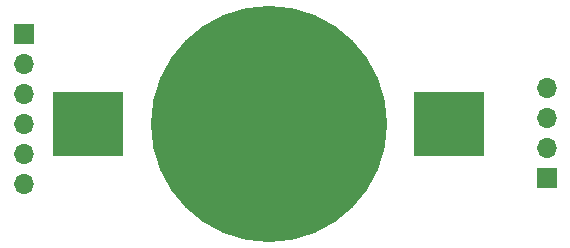
<source format=gbs>
G04 #@! TF.GenerationSoftware,KiCad,Pcbnew,(6.0.1)*
G04 #@! TF.CreationDate,2022-09-21T11:39:00+02:00*
G04 #@! TF.ProjectId,LoRa-E5_BME680,4c6f5261-2d45-4355-9f42-4d453638302e,rev?*
G04 #@! TF.SameCoordinates,Original*
G04 #@! TF.FileFunction,Soldermask,Bot*
G04 #@! TF.FilePolarity,Negative*
%FSLAX46Y46*%
G04 Gerber Fmt 4.6, Leading zero omitted, Abs format (unit mm)*
G04 Created by KiCad (PCBNEW (6.0.1)) date 2022-09-21 11:39:00*
%MOMM*%
%LPD*%
G01*
G04 APERTURE LIST*
%ADD10R,1.700000X1.700000*%
%ADD11O,1.700000X1.700000*%
%ADD12R,6.000000X5.500000*%
%ADD13C,20.000000*%
G04 APERTURE END LIST*
D10*
X87842000Y-87676000D03*
D11*
X87842000Y-90216000D03*
X87842000Y-92756000D03*
X87842000Y-95296000D03*
X87842000Y-97836000D03*
X87842000Y-100376000D03*
D10*
X132117000Y-99851000D03*
D11*
X132117000Y-97311000D03*
X132117000Y-94771000D03*
X132117000Y-92231000D03*
D12*
X123892000Y-95276000D03*
X93292000Y-95276000D03*
D13*
X108592000Y-95276000D03*
M02*

</source>
